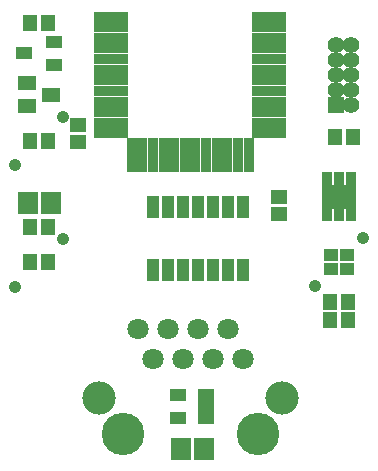
<source format=gbr>
G04 #@! TF.FileFunction,Soldermask,Top*
%FSLAX46Y46*%
G04 Gerber Fmt 4.6, Leading zero omitted, Abs format (unit mm)*
G04 Created by KiCad (PCBNEW 4.0.4-stable) date Sunday, April 30, 2017 'PMt' 09:58:20 PM*
%MOMM*%
%LPD*%
G01*
G04 APERTURE LIST*
%ADD10C,0.100000*%
%ADD11R,1.150000X1.100000*%
%ADD12R,1.619200X1.202000*%
%ADD13C,1.797000*%
%ADD14C,3.600000*%
%ADD15C,2.813000*%
%ADD16R,1.700480X1.898600*%
%ADD17R,1.299160X1.400760*%
%ADD18R,1.400760X1.299160*%
%ADD19R,0.850000X1.250000*%
%ADD20R,2.900000X2.000000*%
%ADD21R,1.400000X1.100000*%
%ADD22R,1.000000X1.900000*%
%ADD23R,2.900000X0.900000*%
%ADD24R,0.900000X2.900000*%
%ADD25R,1.416000X1.416000*%
%ADD26C,1.416000*%
%ADD27R,1.390000X1.090000*%
%ADD28C,1.060400*%
G04 APERTURE END LIST*
D10*
D11*
X158409000Y-75212500D03*
X158409000Y-74012500D03*
X157059000Y-74012500D03*
X157059000Y-75212500D03*
D12*
X131322000Y-59502000D03*
X131322000Y-61402000D03*
X133346000Y-60452000D03*
D13*
X149606000Y-82804000D03*
X148336000Y-80264000D03*
X147066000Y-82804000D03*
X145796000Y-80264000D03*
X144526000Y-82804000D03*
X143256000Y-80264000D03*
X141986000Y-82804000D03*
X140716000Y-80264000D03*
D14*
X139446000Y-89154000D03*
X150876000Y-89154000D03*
D15*
X137411000Y-86104000D03*
X152911000Y-86104000D03*
D16*
X146240500Y-90424000D03*
X144335500Y-90424000D03*
X133286500Y-69596000D03*
X131381500Y-69596000D03*
D17*
X157363160Y-64008000D03*
X158866840Y-64008000D03*
X133085840Y-74612500D03*
X131582160Y-74612500D03*
X131582160Y-64389000D03*
X133085840Y-64389000D03*
X133085840Y-71628000D03*
X131582160Y-71628000D03*
D18*
X135636000Y-63002160D03*
X135636000Y-64505840D03*
D17*
X158485840Y-77978000D03*
X156982160Y-77978000D03*
X158485840Y-79502000D03*
X156982160Y-79502000D03*
X131582160Y-54356000D03*
X133085840Y-54356000D03*
D19*
X156734000Y-70538000D03*
X157734000Y-70538000D03*
X158734000Y-70538000D03*
X158734000Y-67638000D03*
X157734000Y-67638000D03*
X156734000Y-67638000D03*
D20*
X157734000Y-69088000D03*
D21*
X146488000Y-87818000D03*
X146488000Y-86868000D03*
X146488000Y-85918000D03*
X144088000Y-85918000D03*
X144088000Y-87818000D03*
D22*
X149606000Y-69944000D03*
X148336000Y-69944000D03*
X147066000Y-69944000D03*
X145796000Y-69944000D03*
X144526000Y-69944000D03*
X143256000Y-69944000D03*
X141986000Y-69944000D03*
X141986000Y-75344000D03*
X143256000Y-75344000D03*
X144526000Y-75344000D03*
X145796000Y-75344000D03*
X147066000Y-75344000D03*
X148336000Y-75344000D03*
X149606000Y-75344000D03*
D23*
X138408600Y-53848000D03*
X138408600Y-54748000D03*
X138408600Y-55648000D03*
X138408600Y-56548000D03*
X138408600Y-57448000D03*
X138408600Y-58348000D03*
X138408600Y-59248000D03*
X138408600Y-60148000D03*
X138408600Y-61048000D03*
X138408600Y-61948000D03*
X138408600Y-62848000D03*
X138408600Y-63748000D03*
D24*
X140158600Y-65548000D03*
X141058600Y-65548000D03*
X141958600Y-65548000D03*
X142858600Y-65548000D03*
X143758600Y-65548000D03*
X144658600Y-65548000D03*
X145558600Y-65548000D03*
X146458600Y-65548000D03*
X147358600Y-65548000D03*
X148258600Y-65548000D03*
X149158600Y-65548000D03*
X150058600Y-65548000D03*
D23*
X151808600Y-63748000D03*
X151808600Y-62848000D03*
X151808600Y-61948000D03*
X151808600Y-61048000D03*
X151808600Y-60148000D03*
X151808600Y-59248000D03*
X151808600Y-58348000D03*
X151808600Y-57448000D03*
X151808600Y-56548000D03*
X151808600Y-55648000D03*
X151808600Y-54748000D03*
X151808600Y-53848000D03*
D25*
X157480000Y-61341000D03*
D26*
X158750000Y-61341000D03*
X157480000Y-60071000D03*
X158750000Y-60071000D03*
X157480000Y-58801000D03*
X158750000Y-58801000D03*
X157480000Y-57531000D03*
X158750000Y-57531000D03*
X157480000Y-56261000D03*
X158750000Y-56261000D03*
D18*
X152654000Y-69098160D03*
X152654000Y-70601840D03*
D27*
X133604000Y-57912000D03*
X133604000Y-56012000D03*
X131014000Y-56962000D03*
D28*
X134366000Y-62357000D03*
X130302000Y-66421000D03*
X134366000Y-72644000D03*
X130302000Y-76708000D03*
X159766000Y-72580500D03*
X155702000Y-76644500D03*
M02*

</source>
